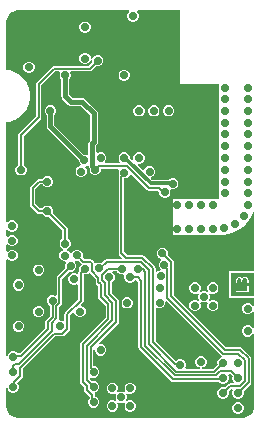
<source format=gbr>
%TF.GenerationSoftware,Altium Limited,Altium Designer,22.11.1 (43)*%
G04 Layer_Physical_Order=3*
G04 Layer_Color=6736896*
%FSLAX45Y45*%
%MOMM*%
%TF.SameCoordinates,68354FB4-E10A-4FE8-B7D5-3B9F33A940C7*%
%TF.FilePolarity,Positive*%
%TF.FileFunction,Copper,L3,Inr,Signal*%
%TF.Part,Single*%
G01*
G75*
%TA.AperFunction,Conductor*%
%ADD10C,0.20000*%
%ADD40C,0.30000*%
%ADD41C,0.40000*%
%TA.AperFunction,ViaPad*%
%ADD44C,0.70000*%
G36*
X1061949Y3474511D02*
X1067210Y3461811D01*
X1059562Y3454164D01*
X1052300Y3436632D01*
Y3417656D01*
X1059562Y3400124D01*
X1072980Y3386706D01*
X1090512Y3379444D01*
X1109488D01*
X1127020Y3386706D01*
X1140438Y3400124D01*
X1147700Y3417656D01*
Y3436632D01*
X1140438Y3454164D01*
X1132790Y3461811D01*
X1138051Y3474511D01*
X1500000D01*
Y2850000D01*
X1812316D01*
X1825000Y2849962D01*
Y1875000D01*
X1575038D01*
X1575000Y1874962D01*
X1435038D01*
Y1574924D01*
X1848037D01*
X1866196Y1574923D01*
X1902201Y1579662D01*
X1937281Y1589061D01*
X1970833Y1602958D01*
X2002284Y1621116D01*
X2031096Y1643224D01*
X2056775Y1668903D01*
X2078883Y1697715D01*
X2097041Y1729166D01*
X2110938Y1762718D01*
X2111812Y1765979D01*
X2124512Y1764307D01*
Y1267700D01*
X1912301D01*
Y1042300D01*
X2124512D01*
Y976230D01*
X2111812Y973704D01*
X2110438Y977020D01*
X2097020Y990438D01*
X2079488Y997700D01*
X2060512D01*
X2042980Y990438D01*
X2029562Y977020D01*
X2022300Y959488D01*
Y940512D01*
X2029562Y922980D01*
X2042980Y909562D01*
X2060512Y902300D01*
X2079488D01*
X2097020Y909562D01*
X2110438Y922980D01*
X2111812Y926296D01*
X2124512Y923770D01*
Y786230D01*
X2111812Y783704D01*
X2110438Y787020D01*
X2097020Y800438D01*
X2079488Y807700D01*
X2060512D01*
X2042980Y800438D01*
X2029562Y787020D01*
X2022300Y769488D01*
Y750512D01*
X2029562Y732980D01*
X2042980Y719562D01*
X2060512Y712300D01*
X2079488D01*
X2097020Y719562D01*
X2110438Y732980D01*
X2111812Y736296D01*
X2124512Y733770D01*
Y125000D01*
Y115200D01*
X2120687Y95973D01*
X2113186Y77864D01*
X2102295Y61564D01*
X2088435Y47704D01*
X2072136Y36814D01*
X2054027Y29313D01*
X2034801Y25488D01*
X2025000D01*
X125000Y25488D01*
X115199D01*
X95973Y29312D01*
X77863Y36814D01*
X61564Y47705D01*
X47704Y61565D01*
X36814Y77863D01*
X29312Y95974D01*
X25488Y115199D01*
X25488Y124999D01*
Y274867D01*
X37300Y277012D01*
X44562Y259480D01*
X57980Y246062D01*
X75512Y238800D01*
X94488D01*
X112020Y246062D01*
X125438Y259480D01*
X132700Y277012D01*
Y295988D01*
X125438Y313520D01*
X115845Y323113D01*
X159066Y366334D01*
X164083Y373843D01*
X165845Y382700D01*
Y439026D01*
X440830Y714011D01*
X498757D01*
X507614Y715773D01*
X515122Y720790D01*
X557409Y763077D01*
X562426Y770585D01*
X564188Y779443D01*
Y892344D01*
X590567Y918723D01*
X603183Y913379D01*
X609562Y897980D01*
X622980Y884562D01*
X640512Y877300D01*
X659488D01*
X677020Y884562D01*
X690438Y897980D01*
X697700Y915512D01*
Y934488D01*
X690438Y952020D01*
X677020Y965438D01*
X661621Y971816D01*
X656277Y984433D01*
X674065Y1002221D01*
X679082Y1009730D01*
X680844Y1018587D01*
Y1239094D01*
X682200Y1240001D01*
X701176D01*
X718708Y1247262D01*
X722260Y1250815D01*
X733234Y1249734D01*
X782108Y1200860D01*
Y1176608D01*
X783870Y1167751D01*
X788887Y1160243D01*
X804155Y1144974D01*
Y1048611D01*
X805917Y1039754D01*
X810934Y1032245D01*
X866855Y976324D01*
Y874858D01*
X658234Y666237D01*
X653217Y658728D01*
X651455Y649871D01*
Y325400D01*
X653217Y316543D01*
X658234Y309035D01*
X684155Y283114D01*
Y262600D01*
X685917Y253743D01*
X690934Y246234D01*
X732288Y204880D01*
Y194246D01*
X724562Y186520D01*
X717300Y168988D01*
Y150012D01*
X724562Y132480D01*
X737980Y119062D01*
X755512Y111800D01*
X774488D01*
X792020Y119062D01*
X805438Y132480D01*
X812700Y150012D01*
Y168988D01*
X805438Y186520D01*
X792020Y199938D01*
X778578Y205506D01*
Y214467D01*
X776816Y223324D01*
X774858Y226253D01*
X774790Y228585D01*
X777980Y238787D01*
X779652Y240939D01*
X792020Y246062D01*
X805438Y259480D01*
X812700Y277012D01*
Y295988D01*
X805438Y313520D01*
X792020Y326938D01*
X774488Y334200D01*
X755512D01*
X751637Y332595D01*
X731875Y352357D01*
X732954Y364520D01*
X743671Y370705D01*
X755512Y365800D01*
X774488D01*
X792020Y373062D01*
X805438Y386480D01*
X812700Y404012D01*
Y422988D01*
X805438Y440520D01*
X792020Y453938D01*
X774488Y461200D01*
X763145D01*
Y603530D01*
X764600Y604321D01*
X777300Y596768D01*
Y590512D01*
X784562Y572980D01*
X797980Y559562D01*
X815512Y552300D01*
X834488D01*
X852020Y559562D01*
X865438Y572980D01*
X872700Y590512D01*
Y609488D01*
X865438Y627020D01*
X852020Y640438D01*
X834488Y647700D01*
X815610D01*
X815322Y647992D01*
X808486Y658536D01*
X971766Y821816D01*
X976783Y829325D01*
X978545Y838182D01*
Y1013000D01*
X976783Y1021857D01*
X971766Y1029365D01*
X918798Y1082333D01*
Y1172010D01*
X922673Y1173615D01*
X936091Y1187033D01*
X943353Y1204565D01*
Y1223541D01*
X936091Y1241073D01*
X923553Y1253610D01*
X923961Y1257763D01*
X927325Y1266310D01*
X960657D01*
X962262Y1262435D01*
X975680Y1249017D01*
X993212Y1241755D01*
X1012188D01*
X1017249Y1243851D01*
X1026969Y1234131D01*
X1023726Y1226302D01*
Y1207326D01*
X1030988Y1189794D01*
X1044407Y1176376D01*
X1061938Y1169114D01*
X1080915D01*
X1098446Y1176376D01*
X1111864Y1189794D01*
X1113469Y1193669D01*
X1128624D01*
X1145230Y1177064D01*
Y622892D01*
X1146992Y614035D01*
X1152009Y606526D01*
X1423001Y335534D01*
X1430510Y330517D01*
X1439367Y328755D01*
X1828787D01*
X1834480Y323062D01*
X1852012Y315800D01*
X1870988D01*
X1888520Y323062D01*
X1901938Y336480D01*
X1909200Y354012D01*
Y372988D01*
X1904295Y384829D01*
X1910480Y395546D01*
X1922643Y396625D01*
X1942405Y376863D01*
X1940800Y372988D01*
Y354012D01*
X1948062Y336480D01*
X1954497Y330045D01*
X1949237Y317345D01*
X1919200D01*
X1910343Y315583D01*
X1902834Y310566D01*
X1874863Y282595D01*
X1870988Y284200D01*
X1852012D01*
X1834480Y276938D01*
X1821062Y263520D01*
X1813800Y245988D01*
Y227012D01*
X1821062Y209480D01*
X1834480Y196062D01*
X1852012Y188800D01*
X1870988D01*
X1888520Y196062D01*
X1901938Y209480D01*
X1909200Y227012D01*
Y245988D01*
X1907595Y249863D01*
X1927357Y269625D01*
X1939520Y268546D01*
X1945705Y257829D01*
X1940800Y245988D01*
Y227012D01*
X1948062Y209480D01*
X1961480Y196062D01*
X1979012Y188800D01*
X1997988D01*
X2015520Y196062D01*
X2028938Y209480D01*
X2036200Y227012D01*
Y245988D01*
X2034842Y249267D01*
X2095265Y309690D01*
X2100282Y317198D01*
X2102044Y326055D01*
Y527944D01*
X2100282Y536802D01*
X2095265Y544310D01*
X2020909Y618666D01*
X2013401Y623683D01*
X2004544Y625445D01*
X1885687D01*
X1446245Y1064886D01*
Y1343288D01*
X1444483Y1352146D01*
X1439466Y1359654D01*
X1394699Y1404422D01*
X1396304Y1408297D01*
Y1427273D01*
X1389042Y1444805D01*
X1375624Y1458223D01*
X1358092Y1465485D01*
X1339116D01*
X1321584Y1458223D01*
X1308166Y1444805D01*
X1300904Y1427273D01*
Y1408297D01*
X1308166Y1390765D01*
X1321584Y1377347D01*
X1334759Y1371890D01*
X1336447Y1366182D01*
X1337065Y1358634D01*
X1336999Y1358262D01*
X1324962Y1346225D01*
X1317700Y1328694D01*
Y1309717D01*
X1324962Y1292186D01*
X1332045Y1285103D01*
X1326784Y1272403D01*
X1323212D01*
X1305680Y1265141D01*
X1302319Y1261780D01*
X1289619Y1267041D01*
Y1290970D01*
X1287858Y1299827D01*
X1282840Y1307335D01*
X1193810Y1396366D01*
X1186302Y1401383D01*
X1177445Y1403145D01*
X1052454D01*
X1023145Y1432454D01*
Y2052300D01*
X1034488D01*
X1052020Y2059562D01*
X1065438Y2072980D01*
X1070561Y2085347D01*
X1084433Y2089435D01*
X1217095Y1956774D01*
X1224604Y1951757D01*
X1233461Y1949995D01*
X1306152D01*
X1320400Y1935746D01*
Y1924089D01*
X1327662Y1906558D01*
X1341080Y1893139D01*
X1358612Y1885878D01*
X1377588D01*
X1395120Y1893139D01*
X1408538Y1906558D01*
X1415800Y1924089D01*
Y1943066D01*
X1412189Y1951783D01*
X1421910Y1961503D01*
X1425905Y1959848D01*
X1444881D01*
X1462413Y1967110D01*
X1475831Y1980528D01*
X1483093Y1998060D01*
Y2017036D01*
X1475831Y2034568D01*
X1462413Y2047986D01*
X1444881Y2055248D01*
X1425905D01*
X1408373Y2047986D01*
X1399469Y2039082D01*
X1260775D01*
X1249997Y2049860D01*
X1254044Y2063773D01*
X1266313Y2068855D01*
X1279732Y2082274D01*
X1286994Y2099805D01*
Y2118782D01*
X1279732Y2136313D01*
X1266313Y2149732D01*
X1248782Y2156993D01*
X1229806D01*
X1212274Y2149732D01*
X1198856Y2136313D01*
X1193774Y2124045D01*
X1179860Y2119997D01*
X1133328Y2166529D01*
X1140500Y2177282D01*
X1140518Y2177300D01*
X1159488D01*
X1177020Y2184562D01*
X1190438Y2197980D01*
X1197700Y2215512D01*
Y2234488D01*
X1190438Y2252020D01*
X1177020Y2265438D01*
X1159488Y2272700D01*
X1140512D01*
X1122980Y2265438D01*
X1109562Y2252020D01*
X1102300Y2234488D01*
Y2215518D01*
X1102282Y2215500D01*
X1091529Y2208328D01*
X1084487Y2215371D01*
X1078634Y2219282D01*
X1072700Y2225216D01*
Y2234488D01*
X1065438Y2252020D01*
X1052020Y2265438D01*
X1034488Y2272700D01*
X1015512D01*
X997980Y2265438D01*
X984562Y2252020D01*
X977300Y2234488D01*
Y2215512D01*
X984562Y2197980D01*
X988997Y2193545D01*
X983737Y2180845D01*
X866263D01*
X861003Y2193545D01*
X865438Y2197980D01*
X872700Y2215512D01*
Y2234488D01*
X865438Y2252020D01*
X852020Y2265438D01*
X834488Y2272700D01*
X815512D01*
X801431Y2266868D01*
X788731Y2272783D01*
Y2335870D01*
X791275Y2338413D01*
X798502Y2349230D01*
X801040Y2361989D01*
Y2603043D01*
X798502Y2615802D01*
X791275Y2626618D01*
X694318Y2723575D01*
X683501Y2730803D01*
X670742Y2733340D01*
X588810D01*
X558341Y2763810D01*
Y2890883D01*
X565438Y2897980D01*
X572700Y2915512D01*
Y2934488D01*
X567577Y2946855D01*
X574496Y2959555D01*
X732700D01*
X741557Y2961317D01*
X749066Y2966334D01*
X786636Y3003905D01*
X790512Y3002300D01*
X809488D01*
X827020Y3009562D01*
X840438Y3022980D01*
X847700Y3040512D01*
Y3059488D01*
X840438Y3077020D01*
X827020Y3090438D01*
X809488Y3097700D01*
X790512D01*
X772980Y3090438D01*
X759562Y3077020D01*
X752300Y3059489D01*
X740201Y3060938D01*
X740200Y3076988D01*
X732938Y3094520D01*
X719520Y3107938D01*
X701988Y3115200D01*
X683012D01*
X665481Y3107938D01*
X652062Y3094520D01*
X644800Y3076988D01*
Y3058012D01*
X652062Y3040480D01*
X665481Y3027062D01*
X683012Y3019800D01*
X701988D01*
X719520Y3027062D01*
X732938Y3040480D01*
X740200Y3058011D01*
X752299Y3056562D01*
X752300Y3040512D01*
X753905Y3036637D01*
X723113Y3005845D01*
X432700D01*
X423843Y3004083D01*
X416334Y2999066D01*
X283634Y2866366D01*
X278617Y2858857D01*
X276855Y2850000D01*
Y2577986D01*
X133634Y2434766D01*
X128617Y2427257D01*
X126855Y2418400D01*
Y2167043D01*
X122980Y2165438D01*
X109562Y2152020D01*
X102300Y2134488D01*
Y2115512D01*
X109562Y2097980D01*
X122980Y2084562D01*
X140512Y2077300D01*
X159488D01*
X177020Y2084562D01*
X190438Y2097980D01*
X197700Y2115512D01*
Y2134488D01*
X190438Y2152020D01*
X177020Y2165438D01*
X173145Y2167043D01*
Y2408813D01*
X316366Y2552034D01*
X321383Y2559543D01*
X323145Y2568400D01*
Y2840413D01*
X442287Y2959555D01*
X475504D01*
X482423Y2946855D01*
X477300Y2934488D01*
Y2915512D01*
X484562Y2897980D01*
X491659Y2890883D01*
Y2750000D01*
X494197Y2737241D01*
X501425Y2726425D01*
X551425Y2676425D01*
X562241Y2669197D01*
X575000Y2666659D01*
X656932D01*
X734359Y2589233D01*
Y2375799D01*
X731815Y2373255D01*
X724588Y2362439D01*
X722050Y2349680D01*
Y2255782D01*
X709350Y2248748D01*
X697178Y2253790D01*
X687141D01*
X433341Y2507590D01*
Y2590883D01*
X440438Y2597980D01*
X447700Y2615512D01*
Y2634488D01*
X440438Y2652020D01*
X427020Y2665438D01*
X409488Y2672700D01*
X390512D01*
X372980Y2665438D01*
X359562Y2652020D01*
X352300Y2634488D01*
Y2615512D01*
X359562Y2597980D01*
X366659Y2590883D01*
Y2493780D01*
X369197Y2481021D01*
X376425Y2470205D01*
X639990Y2206639D01*
Y2196602D01*
X647252Y2179070D01*
X655922Y2170400D01*
X650662Y2157700D01*
X650512D01*
X632980Y2150438D01*
X619562Y2137020D01*
X612300Y2119488D01*
Y2100512D01*
X619562Y2082980D01*
X632980Y2069562D01*
X650512Y2062300D01*
X669488D01*
X687020Y2069562D01*
X700438Y2082980D01*
X707700Y2100512D01*
Y2119488D01*
X700438Y2137020D01*
X691768Y2145690D01*
X697029Y2158390D01*
X697178D01*
X709350Y2163432D01*
X716354Y2160782D01*
X721621Y2157296D01*
X722534Y2156193D01*
X724588Y2145868D01*
X730857Y2136486D01*
Y2117854D01*
X738119Y2100322D01*
X751537Y2086904D01*
X769069Y2079642D01*
X788045D01*
X805576Y2086904D01*
X818995Y2100322D01*
X826257Y2117854D01*
Y2134556D01*
X975504D01*
X982423Y2121855D01*
X977300Y2109488D01*
Y2090512D01*
X982501Y2077955D01*
X978617Y2072141D01*
X976855Y2063284D01*
Y1422867D01*
X978617Y1414010D01*
X983634Y1406502D01*
X1007958Y1382178D01*
X1003098Y1370445D01*
X878130D01*
X869273Y1368683D01*
X861764Y1363666D01*
X830230Y1332132D01*
X816788Y1337700D01*
X797812D01*
X785444Y1332577D01*
X783152Y1332777D01*
X773252Y1337787D01*
X771581Y1339535D01*
X770983Y1342542D01*
X765966Y1350051D01*
X754250Y1361766D01*
X746741Y1366784D01*
X737884Y1368545D01*
X689186D01*
X671095Y1386637D01*
X672700Y1390512D01*
Y1409488D01*
X665438Y1427020D01*
X652020Y1440438D01*
X634488Y1447700D01*
X615512D01*
X597980Y1440438D01*
X584562Y1427020D01*
X581270Y1419073D01*
X567524D01*
X564681Y1425937D01*
X551263Y1439355D01*
X543843Y1442429D01*
Y1456175D01*
X552020Y1459562D01*
X565438Y1472980D01*
X572700Y1490512D01*
Y1509488D01*
X565438Y1527020D01*
X552020Y1540438D01*
X548145Y1542043D01*
Y1625000D01*
X546383Y1633857D01*
X541366Y1641366D01*
X421095Y1761637D01*
X422700Y1765512D01*
Y1784488D01*
X415438Y1802020D01*
X402020Y1815438D01*
X384488Y1822700D01*
X365512D01*
X347980Y1815438D01*
X334562Y1802020D01*
X332957Y1798145D01*
X309587D01*
X273145Y1834587D01*
Y1965413D01*
X309587Y2001855D01*
X332957D01*
X334562Y1997980D01*
X347980Y1984562D01*
X365512Y1977300D01*
X384488D01*
X402020Y1984562D01*
X415438Y1997980D01*
X422700Y2015512D01*
Y2034488D01*
X415438Y2052020D01*
X402020Y2065438D01*
X384488Y2072700D01*
X365512D01*
X347980Y2065438D01*
X334562Y2052020D01*
X332957Y2048145D01*
X300000D01*
X291143Y2046383D01*
X283634Y2041366D01*
X233634Y1991366D01*
X228617Y1983857D01*
X226855Y1975000D01*
Y1825000D01*
X228617Y1816143D01*
X233634Y1808634D01*
X283634Y1758634D01*
X291143Y1753617D01*
X300000Y1751855D01*
X332957D01*
X334562Y1747980D01*
X347980Y1734562D01*
X365512Y1727300D01*
X384488D01*
X388363Y1728905D01*
X501855Y1615413D01*
Y1542043D01*
X497980Y1540438D01*
X484562Y1527020D01*
X477300Y1509488D01*
Y1490512D01*
X484562Y1472980D01*
X497980Y1459562D01*
X505400Y1456489D01*
Y1442742D01*
X497223Y1439355D01*
X483805Y1425937D01*
X476543Y1408405D01*
Y1389429D01*
X483805Y1371897D01*
X497223Y1358479D01*
X514755Y1351217D01*
X525799D01*
X531059Y1338517D01*
X529562Y1337020D01*
X522300Y1319488D01*
Y1300512D01*
X524408Y1295423D01*
X458634Y1229650D01*
X453617Y1222141D01*
X451855Y1213284D01*
Y1067447D01*
X439155Y1060338D01*
X427114Y1065326D01*
X408137D01*
X390606Y1058064D01*
X377187Y1044645D01*
X369926Y1027114D01*
Y1008137D01*
X377187Y990606D01*
X390606Y977188D01*
X394481Y975583D01*
Y889647D01*
X361335Y856500D01*
X356317Y848992D01*
X354556Y840135D01*
Y785686D01*
X140413Y571544D01*
X121414D01*
X112020Y580938D01*
X94488Y588200D01*
X75512D01*
X57980Y580938D01*
X44562Y567520D01*
X37300Y549989D01*
X25488Y552134D01*
Y1364225D01*
X38188Y1369354D01*
X47980Y1359562D01*
X65512Y1352300D01*
X84488D01*
X102020Y1359562D01*
X115438Y1372980D01*
X122700Y1390512D01*
Y1409488D01*
X115438Y1427019D01*
X102020Y1440438D01*
X84488Y1447700D01*
X65512D01*
X47980Y1440438D01*
X38188Y1430646D01*
X25488Y1435774D01*
Y1489225D01*
X38188Y1494354D01*
X47980Y1484562D01*
X65512Y1477300D01*
X84488D01*
X102020Y1484562D01*
X115438Y1497980D01*
X122700Y1515512D01*
Y1534488D01*
X115438Y1552020D01*
X102020Y1565438D01*
X84488Y1572700D01*
X65512D01*
X47980Y1565438D01*
X38188Y1555646D01*
X25488Y1560775D01*
Y1614225D01*
X38188Y1619354D01*
X47980Y1609562D01*
X65512Y1602300D01*
X84488D01*
X102020Y1609562D01*
X115438Y1622980D01*
X122700Y1640512D01*
Y1659488D01*
X115438Y1677020D01*
X102020Y1690438D01*
X84488Y1697700D01*
X65512D01*
X47980Y1690438D01*
X38188Y1680646D01*
X25488Y1685775D01*
Y2526146D01*
X63029Y2533613D01*
X65349Y2534574D01*
X67811Y2535064D01*
X104033Y2550067D01*
X106120Y2551462D01*
X108440Y2552423D01*
X141039Y2574205D01*
X142814Y2575980D01*
X144902Y2577375D01*
X172625Y2605098D01*
X174019Y2607185D01*
X175795Y2608960D01*
X197577Y2641560D01*
X198538Y2643879D01*
X199933Y2645967D01*
X214936Y2682189D01*
X215426Y2684651D01*
X216387Y2686970D01*
X224036Y2725424D01*
Y2727935D01*
X224525Y2730397D01*
Y2769603D01*
X224036Y2772065D01*
Y2774576D01*
X216387Y2813029D01*
X215426Y2815349D01*
X214936Y2817811D01*
X199933Y2854033D01*
X198538Y2856121D01*
X197577Y2858440D01*
X175795Y2891039D01*
X174020Y2892814D01*
X172625Y2894902D01*
X144902Y2922625D01*
X142815Y2924019D01*
X141039Y2925795D01*
X108440Y2947577D01*
X106121Y2948538D01*
X104033Y2949933D01*
X67811Y2964936D01*
X65349Y2965426D01*
X63029Y2966387D01*
X25488Y2973854D01*
Y3384801D01*
X29313Y3404027D01*
X36813Y3422136D01*
X47705Y3438436D01*
X61565Y3452296D01*
X77863Y3463186D01*
X95973Y3470687D01*
X115200Y3474512D01*
X125000D01*
X1061949Y3474511D01*
D02*
G37*
G36*
X615512Y1352300D02*
X634488D01*
X638363Y1353905D01*
X663234Y1329035D01*
X663442Y1326913D01*
X651250Y1314720D01*
X643988Y1297189D01*
Y1278212D01*
X646392Y1272409D01*
X641333Y1267350D01*
X636316Y1259842D01*
X634554Y1250985D01*
Y1249497D01*
X621854Y1242578D01*
X609488Y1247700D01*
X590512D01*
X572980Y1240438D01*
X559562Y1227020D01*
X552300Y1209488D01*
Y1190512D01*
X559562Y1172980D01*
X572980Y1159562D01*
X590512Y1152300D01*
X609488D01*
X621854Y1157423D01*
X634554Y1150503D01*
Y1028173D01*
X524678Y918297D01*
X519660Y910788D01*
X517899Y901931D01*
Y846152D01*
X505199Y841192D01*
X489488Y847700D01*
X480329D01*
X477197Y851318D01*
X472254Y860400D01*
X473470Y866515D01*
Y959139D01*
X491691Y977359D01*
X496709Y984868D01*
X498470Y993725D01*
Y1041526D01*
X498145Y1043163D01*
Y1203697D01*
X557850Y1263403D01*
X560512Y1262300D01*
X579488D01*
X597020Y1269562D01*
X610438Y1282980D01*
X617700Y1300512D01*
Y1319488D01*
X610438Y1337020D01*
X604231Y1343226D01*
X611425Y1353993D01*
X615512Y1352300D01*
D02*
G37*
G36*
X1846189Y553234D02*
X1850574Y550304D01*
X1850889Y547654D01*
X1849439Y537488D01*
X1849270Y537064D01*
X1834480Y530938D01*
X1821062Y517520D01*
X1813800Y499988D01*
Y481012D01*
X1815371Y477219D01*
X1809886Y471733D01*
X1807690Y470266D01*
X1777868Y440445D01*
X1686527D01*
X1684489Y452300D01*
X1702020Y459562D01*
X1715438Y472980D01*
X1722700Y490512D01*
Y509488D01*
X1715438Y527020D01*
X1702020Y540438D01*
X1684488Y547700D01*
X1665512D01*
X1647980Y540438D01*
X1634562Y527020D01*
X1627300Y509488D01*
Y490512D01*
X1634562Y472980D01*
X1647980Y459562D01*
X1665512Y452300D01*
X1663473Y440445D01*
X1549496D01*
X1542577Y453145D01*
X1547700Y465512D01*
Y484488D01*
X1540438Y502020D01*
X1527020Y515438D01*
X1509488Y522700D01*
X1490512D01*
X1472980Y515438D01*
X1460137Y502595D01*
X1289619Y673112D01*
Y951329D01*
X1302320Y957764D01*
X1315512Y952300D01*
X1334488D01*
X1352020Y959562D01*
X1365438Y972980D01*
X1372700Y990512D01*
Y1008763D01*
X1374692Y1010540D01*
X1383979Y1015445D01*
X1846189Y553234D01*
D02*
G37*
G36*
X2125002Y1055000D02*
X1925001D01*
Y1255000D01*
X2125002D01*
Y1055000D01*
D02*
G37*
%LPC*%
G36*
X701988Y3380200D02*
X683012D01*
X665481Y3372938D01*
X652062Y3359520D01*
X644800Y3341988D01*
Y3323012D01*
X652062Y3305480D01*
X665481Y3292062D01*
X683012Y3284800D01*
X701988D01*
X719520Y3292062D01*
X732938Y3305480D01*
X740200Y3323012D01*
Y3341988D01*
X732938Y3359520D01*
X719520Y3372938D01*
X701988Y3380200D01*
D02*
G37*
G36*
X226988Y3040200D02*
X208012D01*
X190480Y3032938D01*
X177062Y3019520D01*
X169800Y3001988D01*
Y2983012D01*
X177062Y2965480D01*
X190480Y2952062D01*
X208012Y2944800D01*
X226988D01*
X244520Y2952062D01*
X257938Y2965480D01*
X265200Y2983012D01*
Y3001988D01*
X257938Y3019520D01*
X244520Y3032938D01*
X226988Y3040200D01*
D02*
G37*
G36*
X1034488Y2972700D02*
X1015512D01*
X997980Y2965438D01*
X984562Y2952020D01*
X977300Y2934488D01*
Y2915512D01*
X984562Y2897980D01*
X997980Y2884562D01*
X1015512Y2877300D01*
X1034488D01*
X1052020Y2884562D01*
X1065438Y2897980D01*
X1072700Y2915512D01*
Y2934488D01*
X1065438Y2952020D01*
X1052020Y2965438D01*
X1034488Y2972700D01*
D02*
G37*
G36*
X1409488Y2672700D02*
X1390512D01*
X1372980Y2665438D01*
X1359562Y2652020D01*
X1352300Y2634489D01*
Y2615512D01*
X1359562Y2597981D01*
X1372980Y2584562D01*
X1390512Y2577300D01*
X1409488D01*
X1427020Y2584562D01*
X1440438Y2597981D01*
X1447700Y2615512D01*
Y2634489D01*
X1440438Y2652020D01*
X1427020Y2665438D01*
X1409488Y2672700D01*
D02*
G37*
G36*
X1284488Y2672700D02*
X1265512D01*
X1247980Y2665438D01*
X1234562Y2652020D01*
X1227300Y2634488D01*
Y2615512D01*
X1234562Y2597980D01*
X1247980Y2584562D01*
X1265512Y2577300D01*
X1284488D01*
X1302019Y2584562D01*
X1315438Y2597980D01*
X1322700Y2615512D01*
Y2634488D01*
X1315438Y2652020D01*
X1302019Y2665438D01*
X1284488Y2672700D01*
D02*
G37*
G36*
X1159488D02*
X1140512D01*
X1122980Y2665438D01*
X1109562Y2652020D01*
X1102300Y2634488D01*
Y2615512D01*
X1109562Y2597980D01*
X1122980Y2584562D01*
X1140512Y2577300D01*
X1159488D01*
X1177020Y2584562D01*
X1190438Y2597980D01*
X1197700Y2615512D01*
Y2634488D01*
X1190438Y2652020D01*
X1177020Y2665438D01*
X1159488Y2672700D01*
D02*
G37*
G36*
X309488Y1322700D02*
X290512D01*
X272980Y1315438D01*
X259562Y1302020D01*
X252300Y1284488D01*
Y1265512D01*
X259562Y1247980D01*
X272980Y1234562D01*
X290512Y1227300D01*
X309488D01*
X327020Y1234562D01*
X340438Y1247980D01*
X347700Y1265512D01*
Y1284488D01*
X340438Y1302020D01*
X327020Y1315438D01*
X309488Y1322700D01*
D02*
G37*
G36*
X139488Y1197700D02*
X120512D01*
X102980Y1190438D01*
X89562Y1177019D01*
X82300Y1159488D01*
Y1140512D01*
X89562Y1122980D01*
X102980Y1109562D01*
X120512Y1102300D01*
X139488D01*
X157020Y1109562D01*
X170438Y1122980D01*
X177700Y1140512D01*
Y1159488D01*
X170438Y1177019D01*
X157020Y1190438D01*
X139488Y1197700D01*
D02*
G37*
G36*
X1784488Y1172700D02*
X1765512D01*
X1747980Y1165438D01*
X1734562Y1152020D01*
X1727300Y1134488D01*
Y1115512D01*
X1733495Y1100556D01*
X1724444Y1091505D01*
X1709488Y1097700D01*
X1690512D01*
X1675556Y1091505D01*
X1666505Y1100557D01*
X1672700Y1115512D01*
Y1134488D01*
X1665438Y1152020D01*
X1652020Y1165438D01*
X1634488Y1172700D01*
X1615512D01*
X1597980Y1165438D01*
X1584562Y1152020D01*
X1577300Y1134488D01*
Y1115512D01*
X1584562Y1097980D01*
X1597980Y1084562D01*
X1615512Y1077300D01*
X1634488D01*
X1649443Y1083495D01*
X1658495Y1074443D01*
X1652300Y1059488D01*
Y1040512D01*
X1658495Y1025557D01*
X1649443Y1016505D01*
X1634488Y1022700D01*
X1615512D01*
X1597980Y1015438D01*
X1584562Y1002020D01*
X1577300Y984488D01*
Y965512D01*
X1584562Y947980D01*
X1597980Y934562D01*
X1615512Y927300D01*
X1634488D01*
X1652020Y934562D01*
X1665438Y947980D01*
X1672700Y965512D01*
Y984488D01*
X1666505Y999443D01*
X1675557Y1008495D01*
X1690512Y1002300D01*
X1709488D01*
X1724443Y1008495D01*
X1733495Y999444D01*
X1727300Y984488D01*
Y965512D01*
X1734562Y947980D01*
X1747980Y934562D01*
X1765512Y927300D01*
X1784488D01*
X1802020Y934562D01*
X1815438Y947980D01*
X1822700Y965512D01*
Y984488D01*
X1815438Y1002020D01*
X1802020Y1015438D01*
X1784488Y1022700D01*
X1765512D01*
X1750557Y1016505D01*
X1741505Y1025556D01*
X1747700Y1040512D01*
Y1059488D01*
X1741505Y1074444D01*
X1750556Y1083495D01*
X1765512Y1077300D01*
X1784488D01*
X1802020Y1084562D01*
X1815438Y1097980D01*
X1822700Y1115512D01*
Y1134488D01*
X1815438Y1152020D01*
X1802020Y1165438D01*
X1784488Y1172700D01*
D02*
G37*
G36*
X1059943Y1047245D02*
X1040967D01*
X1023435Y1039983D01*
X1010017Y1026564D01*
X1002755Y1009033D01*
Y990056D01*
X1010017Y972525D01*
X1023435Y959107D01*
X1040967Y951845D01*
X1059943D01*
X1077475Y959107D01*
X1090893Y972525D01*
X1098155Y990056D01*
Y1009033D01*
X1090893Y1026564D01*
X1077475Y1039983D01*
X1059943Y1047245D01*
D02*
G37*
G36*
X309488Y972700D02*
X290512D01*
X272980Y965438D01*
X259562Y952020D01*
X252300Y934488D01*
Y915512D01*
X259562Y897980D01*
X272980Y884562D01*
X290512Y877300D01*
X309488D01*
X327020Y884562D01*
X340438Y897980D01*
X347700Y915512D01*
Y934488D01*
X340438Y952020D01*
X327020Y965438D01*
X309488Y972700D01*
D02*
G37*
G36*
X139488Y847700D02*
X120512D01*
X102980Y840438D01*
X89562Y827019D01*
X82300Y809488D01*
Y790511D01*
X89562Y772980D01*
X102980Y759562D01*
X120512Y752300D01*
X139488D01*
X157020Y759562D01*
X170438Y772980D01*
X177700Y790511D01*
Y809488D01*
X170438Y827019D01*
X157020Y840438D01*
X139488Y847700D01*
D02*
G37*
G36*
X1084488Y322700D02*
X1065512D01*
X1047980Y315438D01*
X1034562Y302020D01*
X1027300Y284488D01*
Y265512D01*
X1033495Y250556D01*
X1024444Y241505D01*
X1009488Y247700D01*
X990512D01*
X975557Y241505D01*
X966505Y250557D01*
X972700Y265512D01*
Y284488D01*
X965438Y302020D01*
X952020Y315438D01*
X934488Y322700D01*
X915512D01*
X897980Y315438D01*
X884562Y302020D01*
X877300Y284488D01*
Y265512D01*
X884562Y247980D01*
X897980Y234562D01*
X915512Y227300D01*
X934488D01*
X949444Y233495D01*
X958495Y224444D01*
X952300Y209488D01*
Y190512D01*
X958495Y175557D01*
X949444Y166505D01*
X934488Y172700D01*
X915512D01*
X897980Y165438D01*
X884562Y152020D01*
X877300Y134488D01*
Y115512D01*
X884562Y97980D01*
X897980Y84562D01*
X915512Y77300D01*
X934488D01*
X952020Y84562D01*
X965438Y97980D01*
X972700Y115512D01*
Y134488D01*
X966505Y149443D01*
X975557Y158495D01*
X990512Y152300D01*
X1009488D01*
X1024444Y158495D01*
X1033495Y149444D01*
X1027300Y134488D01*
Y115512D01*
X1034562Y97980D01*
X1047980Y84562D01*
X1065512Y77300D01*
X1084488D01*
X1102020Y84562D01*
X1115438Y97980D01*
X1122700Y115512D01*
Y134488D01*
X1115438Y152020D01*
X1102020Y165438D01*
X1084488Y172700D01*
X1065512D01*
X1050556Y166505D01*
X1041505Y175556D01*
X1047700Y190512D01*
Y209488D01*
X1041505Y224444D01*
X1050556Y233495D01*
X1065512Y227300D01*
X1084488D01*
X1102020Y234562D01*
X1115438Y247980D01*
X1122700Y265512D01*
Y284488D01*
X1115438Y302020D01*
X1102020Y315438D01*
X1084488Y322700D01*
D02*
G37*
G36*
X1997988Y157200D02*
X1979012D01*
X1961480Y149938D01*
X1948062Y136520D01*
X1940800Y118988D01*
Y100012D01*
X1948062Y82480D01*
X1961480Y69062D01*
X1979012Y61800D01*
X1997988D01*
X2015520Y69062D01*
X2028938Y82480D01*
X2036200Y100012D01*
Y118988D01*
X2028938Y136520D01*
X2015520Y149938D01*
X1997988Y157200D01*
D02*
G37*
G36*
X2077562Y1218101D02*
X1972440D01*
D01*
X1998790D01*
X1996848Y1217963D01*
X1994907Y1217824D01*
X1991301Y1216853D01*
X1988111Y1215605D01*
X1985476Y1214218D01*
X1984228Y1213525D01*
X1983257Y1212831D01*
X1982286Y1212138D01*
X1981593Y1211583D01*
X1981038Y1211028D01*
X1980622Y1210612D01*
X1980345Y1210474D01*
X1980206Y1210335D01*
X1978819Y1208809D01*
X1977571Y1207284D01*
X1976600Y1205758D01*
X1975768Y1204094D01*
X1974381Y1201043D01*
X1973411Y1198131D01*
X1972856Y1195634D01*
X1972717Y1194525D01*
X1972578Y1193554D01*
X1972440Y1192861D01*
Y1194109D01*
Y1192861D01*
Y1165401D01*
Y1170671D01*
X1972717Y1168868D01*
X1973272Y1167620D01*
X1974104Y1166649D01*
X1975075Y1166095D01*
X1976046Y1165679D01*
X1976878Y1165540D01*
X1977432Y1165401D01*
X1977710D01*
X1979513Y1165679D01*
X1980761Y1166233D01*
X1981732Y1167065D01*
X1982286Y1168036D01*
X1982702Y1169007D01*
X1982841Y1169839D01*
X1982980Y1170394D01*
Y1191751D01*
X1983118Y1194109D01*
X1983673Y1196189D01*
X1984505Y1198131D01*
X1985337Y1199795D01*
X1986170Y1201043D01*
X1987002Y1202014D01*
X1987556Y1202707D01*
X1987695Y1202846D01*
X1989498Y1204371D01*
X1991301Y1205620D01*
X1993242Y1206452D01*
X1994907Y1207006D01*
X1996432Y1207284D01*
X1997680Y1207561D01*
X1998512D01*
X1998651D01*
X1998790D01*
X2001147Y1207423D01*
X2003366Y1206868D01*
X2005308Y1206036D01*
X2006833Y1205204D01*
X2008220Y1204371D01*
X2009191Y1203539D01*
X2009746Y1202985D01*
X2010023Y1202846D01*
X2011549Y1201043D01*
X2012519Y1199240D01*
X2013352Y1197299D01*
X2013906Y1195634D01*
X2014184Y1194109D01*
X2014322Y1192861D01*
X2014461Y1192029D01*
Y1181211D01*
X2014738Y1179408D01*
X2015293Y1178160D01*
X2016125Y1177189D01*
X2017096Y1176635D01*
X2018067Y1176219D01*
X2018899Y1176080D01*
X2019454Y1175941D01*
X2019731D01*
X2021534Y1176219D01*
X2022782Y1176773D01*
X2023753Y1177605D01*
X2024308Y1178576D01*
X2024724Y1179547D01*
X2024862Y1180379D01*
X2025001Y1180934D01*
Y1191751D01*
X2025140Y1194109D01*
X2025694Y1196189D01*
X2026527Y1198131D01*
X2027359Y1199795D01*
X2028191Y1201043D01*
X2029023Y1202014D01*
X2029578Y1202707D01*
X2029716Y1202846D01*
X2031519Y1204371D01*
X2033322Y1205620D01*
X2035264Y1206452D01*
X2036928Y1207006D01*
X2038453Y1207284D01*
X2039702Y1207561D01*
X2040534D01*
X2040672D01*
X2040811D01*
X2051351D01*
X2053709Y1207423D01*
X2055789Y1206868D01*
X2057730Y1206036D01*
X2059395Y1205204D01*
X2060643Y1204371D01*
X2061614Y1203539D01*
X2062168Y1202985D01*
X2062446Y1202846D01*
X2063971Y1201043D01*
X2065081Y1199240D01*
X2065913Y1197299D01*
X2066468Y1195634D01*
X2066745Y1194109D01*
X2066884Y1192861D01*
X2067022Y1192029D01*
Y1170671D01*
X2067300Y1168868D01*
X2067854Y1167620D01*
X2068686Y1166649D01*
X2069657Y1166095D01*
X2070628Y1165679D01*
X2071460Y1165540D01*
X2072015Y1165401D01*
X2077562D01*
Y1191751D01*
X2077424Y1193693D01*
X2077285Y1195634D01*
X2076314Y1199240D01*
X2075205Y1202430D01*
X2073679Y1205065D01*
X2072986Y1206313D01*
X2072292Y1207284D01*
X2071738Y1208255D01*
X2071183Y1208948D01*
X2070628Y1209503D01*
X2070212Y1209919D01*
X2070073Y1210196D01*
X2069935Y1210335D01*
X2068409Y1211722D01*
X2066884Y1212970D01*
X2065358Y1213941D01*
X2063833Y1214773D01*
X2060643Y1216160D01*
X2057730Y1217130D01*
X2055234Y1217685D01*
X2054125Y1217824D01*
X2053154Y1217963D01*
X2052460Y1218101D01*
X2077562D01*
D02*
G37*
G36*
X2053650Y1144460D02*
X1972440D01*
D01*
X2053650D01*
D02*
G37*
G36*
X1972440D02*
D01*
Y1102161D01*
Y1144460D01*
D02*
G37*
G36*
X2077562D02*
X2072292D01*
X2070489Y1144183D01*
X2069241Y1143628D01*
X2068270Y1142796D01*
X2067716Y1141825D01*
X2067300Y1140854D01*
X2067161Y1140022D01*
X2067022Y1139467D01*
Y1102439D01*
X1977710D01*
X1975907Y1102161D01*
X1974659Y1101607D01*
X1973688Y1100775D01*
X1973133Y1099804D01*
X1972717Y1098833D01*
X1972578Y1098001D01*
X1972440Y1097446D01*
Y1102161D01*
Y1097169D01*
X1972717Y1095366D01*
X1973272Y1094118D01*
X1974104Y1093147D01*
X1975075Y1092592D01*
X1976046Y1092176D01*
X1976878Y1092037D01*
X1977432Y1091899D01*
X2072431D01*
X2074095Y1092176D01*
X2075343Y1092731D01*
X2076314Y1093563D01*
X2076869Y1094534D01*
X2077285Y1095505D01*
X2077424Y1096337D01*
X2077562Y1096891D01*
Y1091899D01*
D01*
Y1139190D01*
X2077285Y1140993D01*
X2076730Y1142241D01*
X2075898Y1143212D01*
X2074927Y1143767D01*
X2073956Y1144183D01*
X2073124Y1144321D01*
X2072570Y1144460D01*
X2077562D01*
D02*
G37*
%LPD*%
G36*
X2038453Y1217963D02*
X2036096Y1217685D01*
X2034015Y1217130D01*
X2032074Y1216437D01*
X2030132Y1215605D01*
X2028468Y1214773D01*
X2026804Y1213802D01*
X2025417Y1212831D01*
X2024030Y1211860D01*
X2022921Y1210890D01*
X2021950Y1210058D01*
X2021118Y1209225D01*
X2020563Y1208532D01*
X2020147Y1207977D01*
X2019870Y1207700D01*
X2019731Y1207561D01*
X2018206Y1209364D01*
X2016541Y1211028D01*
X2014877Y1212415D01*
X2013074Y1213663D01*
X2011410Y1214634D01*
X2009607Y1215466D01*
X2007943Y1216298D01*
X2006279Y1216853D01*
X2004753Y1217269D01*
X2003366Y1217546D01*
X2002118Y1217824D01*
X2001009Y1217963D01*
X2000038Y1218101D01*
X2040811D01*
X2038453Y1217963D01*
D02*
G37*
G36*
X2077562Y1165401D02*
X2072292D01*
X2074095Y1165679D01*
X2075343Y1166233D01*
X2076314Y1167065D01*
X2076869Y1168036D01*
X2077285Y1169007D01*
X2077424Y1169839D01*
X2077562Y1170394D01*
Y1165401D01*
D02*
G37*
D10*
X300000Y2850000D02*
X432700Y2982700D01*
X732700D02*
X800000Y3050000D01*
X432700Y2982700D02*
X732700D01*
X784915Y2127342D02*
X815273Y2157700D01*
X1048900D01*
X778557Y2127342D02*
X784915D01*
X1048900Y2157700D02*
X1233461Y1973140D01*
X1315738D01*
X1138211Y1216814D02*
X1168375Y1186650D01*
X1071426Y1216814D02*
X1138211D01*
X1000000Y1422867D02*
X1042868Y1380000D01*
X1000000Y1422867D02*
Y2063284D01*
X1025000Y2088284D02*
Y2100000D01*
X1042868Y1380000D02*
X1177445D01*
X1266475Y663525D02*
Y1290970D01*
X1000000Y2063284D02*
X1025000Y2088284D01*
X1177445Y1380000D02*
X1266475Y1290970D01*
X92899Y548399D02*
X150000D01*
X85000Y540500D02*
X92899Y548399D01*
X85000Y413500D02*
X85212Y413712D01*
Y465212D01*
X102800Y482800D01*
X150000Y548399D02*
X377700Y776100D01*
X1315738Y1973140D02*
X1355300Y1933578D01*
X1368100D01*
X300000Y2568400D02*
Y2850000D01*
X150000Y2418400D02*
X300000Y2568400D01*
X674600Y325400D02*
X707300Y292700D01*
X674600Y325400D02*
Y649871D01*
X707300Y262600D02*
Y292700D01*
X755433Y169067D02*
Y214467D01*
X707300Y262600D02*
X755433Y214467D01*
Y169067D02*
X765000Y159500D01*
X674600Y649871D02*
X890000Y865271D01*
X1168375Y622892D02*
Y1186650D01*
X1183640Y1281316D02*
X1201075Y1263881D01*
X1148284Y1281316D02*
X1183640D01*
X1201075Y636436D02*
Y1263881D01*
X1140000Y1289600D02*
X1148284Y1281316D01*
X375000Y1775000D02*
X525000Y1625000D01*
Y1500000D02*
Y1625000D01*
X300000Y1775000D02*
X375000D01*
X410400Y790400D02*
Y826590D01*
X450325Y968725D02*
X475326Y993725D01*
X450325Y866515D02*
Y968725D01*
X410400Y826590D02*
X450325Y866515D01*
X475326Y993725D02*
Y1041526D01*
X475000Y1041851D02*
X475326Y1041526D01*
X475000Y1041851D02*
Y1213284D01*
X570000Y1308284D01*
X417626Y880060D02*
Y1017626D01*
X377700Y840135D02*
X417626Y880060D01*
X1348604Y1417785D02*
X1423100Y1343288D01*
Y1055299D02*
Y1343288D01*
X1390400Y1041755D02*
Y1282490D01*
X1365400Y1307490D02*
Y1319206D01*
Y1307490D02*
X1390400Y1282490D01*
Y1041755D02*
X1862555Y569600D01*
X1423100Y1055299D02*
X1876100Y602300D01*
X1862555Y569600D02*
X1990999D01*
X1991000Y569600D02*
X2046200Y514400D01*
Y339600D02*
Y514400D01*
X1876100Y602300D02*
X2004544D01*
X1989343Y236500D02*
X2078899Y326055D01*
X1988500Y236500D02*
X1989343D01*
X2004544Y602300D02*
X2078899Y527944D01*
Y326055D02*
Y527944D01*
X1861500Y236500D02*
X1919200Y294200D01*
X2000800D02*
X2046200Y339600D01*
X1919200Y294200D02*
X2000800D01*
X1861384Y490500D02*
X1861500D01*
X1824055Y453900D02*
X1824784D01*
X1466456Y417300D02*
X1787455D01*
X1824055Y453900D01*
X1824784D02*
X1861384Y490500D01*
X1837600Y421200D02*
X1930800D01*
X1452911Y384600D02*
X1801000D01*
X1837600Y421200D01*
X1168375Y622892D02*
X1439367Y351900D01*
X1836370D01*
X1201075Y636436D02*
X1452911Y384600D01*
X1163900Y1347300D02*
X1233775Y1277425D01*
Y649981D02*
Y1277425D01*
Y649981D02*
X1466456Y417300D01*
X1496538Y478462D02*
X1500000Y475000D01*
X1266475Y663525D02*
X1451538Y478462D01*
X1496538D01*
X1836370Y351900D02*
X1847970Y363500D01*
X1861500D01*
X1930800Y421200D02*
X1988500Y363500D01*
X130643Y482800D02*
X163543Y515700D01*
X163544D02*
X410399Y762555D01*
X102800Y482800D02*
X130643D01*
X163543Y515700D02*
X163544D01*
X410399Y762555D02*
Y790399D01*
X410400Y790400D01*
X541043Y901931D02*
X657699Y1018587D01*
X541043Y779443D02*
Y901931D01*
X657699Y1018587D02*
Y1250985D01*
X691688Y1284974D02*
Y1287700D01*
X657699Y1250985D02*
X691688Y1284974D01*
X679599Y1345401D02*
X737884D01*
X749600Y1333685D01*
Y1266100D02*
Y1333685D01*
X805253Y1176608D02*
Y1210447D01*
X749600Y1266100D02*
X805253Y1210447D01*
Y1176608D02*
X827300Y1154561D01*
Y1048611D02*
Y1154561D01*
Y1048611D02*
X890000Y985911D01*
Y865271D02*
Y985911D01*
X871754Y1271753D02*
X889456Y1289455D01*
X837953Y1190153D02*
Y1237953D01*
Y1190153D02*
X860000Y1168106D01*
Y1062155D02*
Y1168106D01*
Y1062155D02*
X922700Y999455D01*
X837953Y1237953D02*
X871753Y1271753D01*
X871754D01*
X889456Y1289455D02*
X1002700D01*
X895653Y1072747D02*
Y1214053D01*
Y1072747D02*
X955400Y1013000D01*
Y838182D02*
Y1013000D01*
X740000Y622782D02*
X955400Y838182D01*
X740000Y450216D02*
Y622782D01*
Y450216D02*
X765000Y425216D01*
Y413500D02*
Y425216D01*
X707300Y636326D02*
X922700Y851727D01*
X707300Y344200D02*
Y636326D01*
X922700Y851727D02*
Y999455D01*
X707300Y344200D02*
X765000Y286500D01*
X625000Y1400000D02*
X679599Y1345401D01*
X91712Y331712D02*
X142700Y382700D01*
Y448613D01*
X91712Y293212D02*
Y331712D01*
X85000Y286500D02*
X91712Y293212D01*
X498757Y737156D02*
X541043Y779443D01*
X431243Y737156D02*
X498757D01*
X142700Y448613D02*
X431243Y737156D01*
X570000Y1308284D02*
Y1310000D01*
X377700Y776100D02*
Y840135D01*
X878130Y1347300D02*
X1163900D01*
X820830Y1290000D02*
X878130Y1347300D01*
X807300Y1290000D02*
X820830D01*
X150000Y2125000D02*
Y2418400D01*
X300000Y2025000D02*
X375000D01*
X250000Y1975000D02*
X300000Y2025000D01*
X250000Y1825000D02*
Y1975000D01*
Y1825000D02*
X300000Y1775000D01*
D40*
X1249076Y2010840D02*
X1432102D01*
X1025000Y2225000D02*
X1032974D01*
X1062574Y2195400D02*
X1064516D01*
X1249076Y2010840D01*
X1032974Y2225000D02*
X1062574Y2195400D01*
X1432102Y2010840D02*
X1435393Y2007548D01*
D41*
X670742Y2700000D02*
X767699Y2603043D01*
X525000Y2750000D02*
X575000Y2700000D01*
X525000Y2750000D02*
Y2925000D01*
X575000Y2700000D02*
X670742D01*
X767699Y2361989D02*
Y2603043D01*
X755390Y2158627D02*
Y2349680D01*
X767699Y2361989D01*
X755390Y2158627D02*
X778557Y2135460D01*
Y2127342D02*
Y2135460D01*
X400000Y2493780D02*
X687690Y2206090D01*
X400000Y2493780D02*
Y2625000D01*
D44*
X1861500Y490500D02*
D03*
X925000Y3125000D02*
D03*
Y3275000D02*
D03*
X1075000Y275000D02*
D03*
Y125000D02*
D03*
X925000Y275000D02*
D03*
X1000000Y200000D02*
D03*
X925000Y125000D02*
D03*
X1000000Y3200000D02*
D03*
X1075000Y3125000D02*
D03*
Y3275000D02*
D03*
X925000Y2100000D02*
D03*
X1750000Y275000D02*
D03*
X1675000Y500000D02*
D03*
X2070000Y950000D02*
D03*
X1500000Y1300000D02*
D03*
Y1500000D02*
D03*
X1025000Y2625000D02*
D03*
X650000D02*
D03*
X800000Y3050000D02*
D03*
X1465000Y2925000D02*
D03*
Y3025000D02*
D03*
Y3125000D02*
D03*
Y3225000D02*
D03*
Y3425000D02*
D03*
X1025000Y2925000D02*
D03*
X900000Y2450000D02*
D03*
X825000Y2225000D02*
D03*
X687690Y2206090D02*
D03*
X1150000Y2625000D02*
D03*
X1050455Y999545D02*
D03*
X1071426Y1216814D02*
D03*
X1325000Y1125000D02*
D03*
Y1000000D02*
D03*
X1500000Y1200000D02*
D03*
X2070000Y760000D02*
D03*
X1025000Y2100000D02*
D03*
X85000Y540500D02*
D03*
Y413500D02*
D03*
X1575000Y2815000D02*
D03*
X1435393Y2007548D02*
D03*
X1368100Y1933578D02*
D03*
X375000Y1775000D02*
D03*
X525000Y1500000D02*
D03*
X524243Y1398917D02*
D03*
X417626Y1017626D02*
D03*
X1239294Y2109293D02*
D03*
X1348604Y1417785D02*
D03*
X1365400Y1319206D02*
D03*
X1332700Y1224703D02*
D03*
X765000Y413500D02*
D03*
Y286500D02*
D03*
Y159500D02*
D03*
X85000D02*
D03*
Y286500D02*
D03*
X895653Y1214053D02*
D03*
X1002700Y1289455D02*
D03*
X1140000Y1289600D02*
D03*
X807300Y1290000D02*
D03*
X691688Y1287700D02*
D03*
X570000Y1310000D02*
D03*
X625000Y1400000D02*
D03*
X1465000Y3325000D02*
D03*
X1675000Y2815000D02*
D03*
X1775000D02*
D03*
X1025000Y2225000D02*
D03*
X1988500Y363500D02*
D03*
X550000Y475000D02*
D03*
X300000D02*
D03*
Y225000D02*
D03*
X550000D02*
D03*
X425000D02*
D03*
Y475000D02*
D03*
X300000Y350000D02*
D03*
X550000D02*
D03*
X425000D02*
D03*
X1988500Y109500D02*
D03*
X1861500D02*
D03*
Y236500D02*
D03*
X1988500D02*
D03*
X1861500Y363500D02*
D03*
X1988500Y490500D02*
D03*
X1925000Y750000D02*
D03*
X1500000Y475000D02*
D03*
X150000Y2125000D02*
D03*
X375000Y2025000D02*
D03*
X130000Y1150000D02*
D03*
Y800000D02*
D03*
X480000D02*
D03*
X650000Y925000D02*
D03*
X300000D02*
D03*
Y1275000D02*
D03*
X75000Y1400000D02*
D03*
Y1525000D02*
D03*
X1350000Y200000D02*
D03*
X525000Y2925000D02*
D03*
X660000Y2110000D02*
D03*
X778557Y2127342D02*
D03*
X692500Y3332500D02*
D03*
X217500Y2992500D02*
D03*
X1100000Y3427144D02*
D03*
X1025000Y2525000D02*
D03*
X1150000Y2225000D02*
D03*
Y2525000D02*
D03*
X700000D02*
D03*
X1400000Y2625000D02*
D03*
X1275000Y2625000D02*
D03*
X400000D02*
D03*
X525000D02*
D03*
X1075000Y1550000D02*
D03*
X925000D02*
D03*
X775000D02*
D03*
Y1700000D02*
D03*
Y1850000D02*
D03*
X925000D02*
D03*
X1075000D02*
D03*
Y1700000D02*
D03*
X925000D02*
D03*
X670000Y800000D02*
D03*
X320000D02*
D03*
Y1150000D02*
D03*
X1350000Y700000D02*
D03*
Y800000D02*
D03*
X1275000Y2225000D02*
D03*
X600000Y1200000D02*
D03*
X825000Y600000D02*
D03*
X692500Y3067500D02*
D03*
X357500Y3332500D02*
D03*
Y3067500D02*
D03*
X375000Y1900000D02*
D03*
X75000Y1775000D02*
D03*
X600000Y1050000D02*
D03*
X1675000Y125000D02*
D03*
X825000Y900000D02*
D03*
X850000Y475000D02*
D03*
X1200000D02*
D03*
X1750000Y600000D02*
D03*
X1625000D02*
D03*
X1407500Y2250000D02*
D03*
X1675000Y2525000D02*
D03*
X575000D02*
D03*
X75000Y1650000D02*
D03*
X175000Y2525000D02*
D03*
X1475000Y1825000D02*
D03*
X1869395Y1628950D02*
D03*
X1962979Y1664193D02*
D03*
X2035361Y1733192D02*
D03*
X2075000Y1825000D02*
D03*
X2075000Y2725000D02*
D03*
X2075000Y2815000D02*
D03*
X1875000D02*
D03*
Y2725000D02*
D03*
X2075000Y2325000D02*
D03*
Y2425000D02*
D03*
Y2625000D02*
D03*
Y2525000D02*
D03*
X1875000D02*
D03*
Y2625000D02*
D03*
Y2425000D02*
D03*
Y2325000D02*
D03*
X2075000Y1925000D02*
D03*
Y2025000D02*
D03*
Y2225000D02*
D03*
Y2125000D02*
D03*
X1875000D02*
D03*
Y2225000D02*
D03*
Y2025000D02*
D03*
Y1925000D02*
D03*
X1575000Y1825000D02*
D03*
X1775000D02*
D03*
X1675000D02*
D03*
Y1625000D02*
D03*
X1775000D02*
D03*
X1575000D02*
D03*
X1475000D02*
D03*
X1625000Y975000D02*
D03*
X1700000Y1050000D02*
D03*
X1625000Y1125000D02*
D03*
X1775000D02*
D03*
Y975000D02*
D03*
%TF.MD5,a5a3fc1dc2ce5e9c2389ff0c0c75092c*%
M02*

</source>
